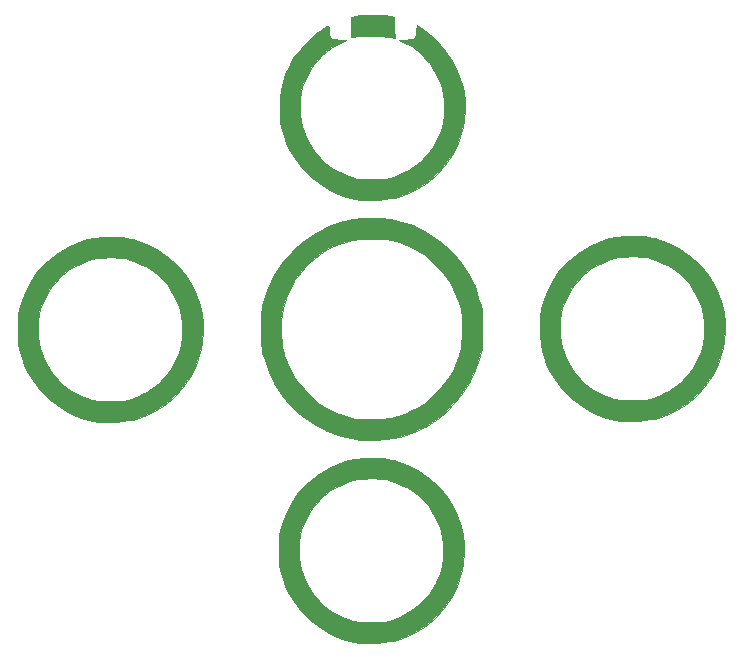
<source format=gbr>
G04 #@! TF.GenerationSoftware,KiCad,Pcbnew,(5.0.1-3-g963ef8bb5)*
G04 #@! TF.CreationDate,2019-06-28T12:59:27+01:00*
G04 #@! TF.ProjectId,invitation,696E7669746174696F6E2E6B69636164,rev?*
G04 #@! TF.SameCoordinates,Original*
G04 #@! TF.FileFunction,Legend,Top*
G04 #@! TF.FilePolarity,Positive*
%FSLAX46Y46*%
G04 Gerber Fmt 4.6, Leading zero omitted, Abs format (unit mm)*
G04 Created by KiCad (PCBNEW (5.0.1-3-g963ef8bb5)) date Friday, 28 June 2019 at 12:59:27*
%MOMM*%
%LPD*%
G01*
G04 APERTURE LIST*
%ADD10C,0.010000*%
G04 APERTURE END LIST*
D10*
G04 #@! TO.C,G\002A\002A\002A*
G36*
X162582952Y-73209108D02*
X163047078Y-73219519D01*
X163459397Y-73238548D01*
X163779587Y-73265728D01*
X163957000Y-73297180D01*
X164211000Y-73375244D01*
X164253333Y-74279814D01*
X164270555Y-74647323D01*
X164284403Y-74941916D01*
X164293260Y-75129257D01*
X164295666Y-75178825D01*
X164228673Y-75144791D01*
X164084000Y-75078527D01*
X163925692Y-75045601D01*
X163634141Y-75018490D01*
X163245350Y-74997698D01*
X162795325Y-74983731D01*
X162320073Y-74977093D01*
X161855598Y-74978288D01*
X161437906Y-74987823D01*
X161103003Y-75006201D01*
X160887833Y-75033716D01*
X160612666Y-75095100D01*
X160612666Y-73331708D01*
X161014833Y-73263021D01*
X161282959Y-73234273D01*
X161660570Y-73216018D01*
X162107341Y-73207785D01*
X162582952Y-73209108D01*
X162582952Y-73209108D01*
G37*
X162582952Y-73209108D02*
X163047078Y-73219519D01*
X163459397Y-73238548D01*
X163779587Y-73265728D01*
X163957000Y-73297180D01*
X164211000Y-73375244D01*
X164253333Y-74279814D01*
X164270555Y-74647323D01*
X164284403Y-74941916D01*
X164293260Y-75129257D01*
X164295666Y-75178825D01*
X164228673Y-75144791D01*
X164084000Y-75078527D01*
X163925692Y-75045601D01*
X163634141Y-75018490D01*
X163245350Y-74997698D01*
X162795325Y-74983731D01*
X162320073Y-74977093D01*
X161855598Y-74978288D01*
X161437906Y-74987823D01*
X161103003Y-75006201D01*
X160887833Y-75033716D01*
X160612666Y-75095100D01*
X160612666Y-73331708D01*
X161014833Y-73263021D01*
X161282959Y-73234273D01*
X161660570Y-73216018D01*
X162107341Y-73207785D01*
X162582952Y-73209108D01*
G36*
X166751000Y-74477375D02*
X167638696Y-75171181D01*
X168419963Y-75988295D01*
X169082306Y-76911137D01*
X169613232Y-77922126D01*
X170000248Y-79003680D01*
X170020855Y-79078709D01*
X170146061Y-79717788D01*
X170215037Y-80458013D01*
X170227785Y-81240808D01*
X170184304Y-82007594D01*
X170084593Y-82699794D01*
X170020855Y-82973290D01*
X169641087Y-84070866D01*
X169121244Y-85084712D01*
X168472367Y-86003798D01*
X167705499Y-86817096D01*
X166831679Y-87513578D01*
X165861950Y-88082217D01*
X164807353Y-88511983D01*
X164337957Y-88649413D01*
X163929423Y-88731815D01*
X163420346Y-88799336D01*
X162861846Y-88848656D01*
X162305041Y-88876455D01*
X161801051Y-88879413D01*
X161400994Y-88854211D01*
X161332333Y-88844611D01*
X160182404Y-88579156D01*
X159107272Y-88168009D01*
X158117437Y-87620550D01*
X157223394Y-86946156D01*
X156435641Y-86154205D01*
X155764675Y-85254077D01*
X155220995Y-84255149D01*
X154815096Y-83166799D01*
X154760478Y-82973290D01*
X154677314Y-82632809D01*
X154621090Y-82308570D01*
X154587062Y-81952926D01*
X154570484Y-81518233D01*
X154566564Y-81026000D01*
X154590393Y-80210324D01*
X154669050Y-79505374D01*
X154813290Y-78858379D01*
X155033869Y-78216568D01*
X155233008Y-77756055D01*
X155715725Y-76878879D01*
X156324899Y-76041166D01*
X157026796Y-75282877D01*
X157787681Y-74643971D01*
X157965148Y-74519684D01*
X158306338Y-74291839D01*
X158530806Y-74159392D01*
X158662980Y-74124200D01*
X158727290Y-74188119D01*
X158748163Y-74353002D01*
X158750000Y-74579296D01*
X158765029Y-74890732D01*
X158830013Y-75091704D01*
X158974799Y-75206163D01*
X159229231Y-75258061D01*
X159612267Y-75271302D01*
X160147000Y-75273938D01*
X159469666Y-75628276D01*
X159030161Y-75887518D01*
X158609084Y-76203985D01*
X158156020Y-76616390D01*
X158060992Y-76709950D01*
X157715492Y-77064624D01*
X157458618Y-77363632D01*
X157250750Y-77661886D01*
X157052269Y-78014295D01*
X156898254Y-78321476D01*
X156653922Y-78852653D01*
X156483904Y-79312402D01*
X156375800Y-79756288D01*
X156317209Y-80239876D01*
X156295728Y-80818732D01*
X156294666Y-81026000D01*
X156307168Y-81645629D01*
X156352941Y-82152782D01*
X156444386Y-82603024D01*
X156593903Y-83051921D01*
X156813895Y-83555037D01*
X156898254Y-83730523D01*
X157113318Y-84152454D01*
X157310852Y-84483404D01*
X157530126Y-84777872D01*
X157810411Y-85090358D01*
X158065801Y-85350864D01*
X158423712Y-85697720D01*
X158725204Y-85955896D01*
X159024777Y-86164662D01*
X159376930Y-86363287D01*
X159686143Y-86518411D01*
X160217320Y-86762743D01*
X160677069Y-86932761D01*
X161120954Y-87040865D01*
X161604543Y-87099457D01*
X162183399Y-87120937D01*
X162390666Y-87122000D01*
X163010296Y-87109498D01*
X163517449Y-87063725D01*
X163967691Y-86972280D01*
X164416587Y-86822762D01*
X164919704Y-86602771D01*
X165095190Y-86518411D01*
X165517120Y-86303348D01*
X165848070Y-86105814D01*
X166142539Y-85886540D01*
X166455025Y-85606255D01*
X166715531Y-85350864D01*
X167062387Y-84992954D01*
X167320563Y-84691462D01*
X167529329Y-84391889D01*
X167727954Y-84039736D01*
X167883078Y-83730523D01*
X168127410Y-83199346D01*
X168297428Y-82739597D01*
X168405532Y-82295711D01*
X168464124Y-81812123D01*
X168485604Y-81233267D01*
X168486666Y-81026000D01*
X168474164Y-80406370D01*
X168428392Y-79899217D01*
X168336947Y-79448975D01*
X168187429Y-79000078D01*
X167967437Y-78496962D01*
X167883078Y-78321476D01*
X167667683Y-77898764D01*
X167470542Y-77568519D01*
X167252037Y-77275828D01*
X166972547Y-76965782D01*
X166720341Y-76709950D01*
X166255344Y-76274655D01*
X165832031Y-75942743D01*
X165399986Y-75675502D01*
X165311666Y-75628276D01*
X164634333Y-75273938D01*
X165231984Y-75271302D01*
X165625972Y-75255728D01*
X165882534Y-75197172D01*
X166032512Y-75071620D01*
X166106748Y-74855062D01*
X166133967Y-74569064D01*
X166158333Y-74081129D01*
X166751000Y-74477375D01*
X166751000Y-74477375D01*
G37*
X166751000Y-74477375D02*
X167638696Y-75171181D01*
X168419963Y-75988295D01*
X169082306Y-76911137D01*
X169613232Y-77922126D01*
X170000248Y-79003680D01*
X170020855Y-79078709D01*
X170146061Y-79717788D01*
X170215037Y-80458013D01*
X170227785Y-81240808D01*
X170184304Y-82007594D01*
X170084593Y-82699794D01*
X170020855Y-82973290D01*
X169641087Y-84070866D01*
X169121244Y-85084712D01*
X168472367Y-86003798D01*
X167705499Y-86817096D01*
X166831679Y-87513578D01*
X165861950Y-88082217D01*
X164807353Y-88511983D01*
X164337957Y-88649413D01*
X163929423Y-88731815D01*
X163420346Y-88799336D01*
X162861846Y-88848656D01*
X162305041Y-88876455D01*
X161801051Y-88879413D01*
X161400994Y-88854211D01*
X161332333Y-88844611D01*
X160182404Y-88579156D01*
X159107272Y-88168009D01*
X158117437Y-87620550D01*
X157223394Y-86946156D01*
X156435641Y-86154205D01*
X155764675Y-85254077D01*
X155220995Y-84255149D01*
X154815096Y-83166799D01*
X154760478Y-82973290D01*
X154677314Y-82632809D01*
X154621090Y-82308570D01*
X154587062Y-81952926D01*
X154570484Y-81518233D01*
X154566564Y-81026000D01*
X154590393Y-80210324D01*
X154669050Y-79505374D01*
X154813290Y-78858379D01*
X155033869Y-78216568D01*
X155233008Y-77756055D01*
X155715725Y-76878879D01*
X156324899Y-76041166D01*
X157026796Y-75282877D01*
X157787681Y-74643971D01*
X157965148Y-74519684D01*
X158306338Y-74291839D01*
X158530806Y-74159392D01*
X158662980Y-74124200D01*
X158727290Y-74188119D01*
X158748163Y-74353002D01*
X158750000Y-74579296D01*
X158765029Y-74890732D01*
X158830013Y-75091704D01*
X158974799Y-75206163D01*
X159229231Y-75258061D01*
X159612267Y-75271302D01*
X160147000Y-75273938D01*
X159469666Y-75628276D01*
X159030161Y-75887518D01*
X158609084Y-76203985D01*
X158156020Y-76616390D01*
X158060992Y-76709950D01*
X157715492Y-77064624D01*
X157458618Y-77363632D01*
X157250750Y-77661886D01*
X157052269Y-78014295D01*
X156898254Y-78321476D01*
X156653922Y-78852653D01*
X156483904Y-79312402D01*
X156375800Y-79756288D01*
X156317209Y-80239876D01*
X156295728Y-80818732D01*
X156294666Y-81026000D01*
X156307168Y-81645629D01*
X156352941Y-82152782D01*
X156444386Y-82603024D01*
X156593903Y-83051921D01*
X156813895Y-83555037D01*
X156898254Y-83730523D01*
X157113318Y-84152454D01*
X157310852Y-84483404D01*
X157530126Y-84777872D01*
X157810411Y-85090358D01*
X158065801Y-85350864D01*
X158423712Y-85697720D01*
X158725204Y-85955896D01*
X159024777Y-86164662D01*
X159376930Y-86363287D01*
X159686143Y-86518411D01*
X160217320Y-86762743D01*
X160677069Y-86932761D01*
X161120954Y-87040865D01*
X161604543Y-87099457D01*
X162183399Y-87120937D01*
X162390666Y-87122000D01*
X163010296Y-87109498D01*
X163517449Y-87063725D01*
X163967691Y-86972280D01*
X164416587Y-86822762D01*
X164919704Y-86602771D01*
X165095190Y-86518411D01*
X165517120Y-86303348D01*
X165848070Y-86105814D01*
X166142539Y-85886540D01*
X166455025Y-85606255D01*
X166715531Y-85350864D01*
X167062387Y-84992954D01*
X167320563Y-84691462D01*
X167529329Y-84391889D01*
X167727954Y-84039736D01*
X167883078Y-83730523D01*
X168127410Y-83199346D01*
X168297428Y-82739597D01*
X168405532Y-82295711D01*
X168464124Y-81812123D01*
X168485604Y-81233267D01*
X168486666Y-81026000D01*
X168474164Y-80406370D01*
X168428392Y-79899217D01*
X168336947Y-79448975D01*
X168187429Y-79000078D01*
X167967437Y-78496962D01*
X167883078Y-78321476D01*
X167667683Y-77898764D01*
X167470542Y-77568519D01*
X167252037Y-77275828D01*
X166972547Y-76965782D01*
X166720341Y-76709950D01*
X166255344Y-76274655D01*
X165832031Y-75942743D01*
X165399986Y-75675502D01*
X165311666Y-75628276D01*
X164634333Y-75273938D01*
X165231984Y-75271302D01*
X165625972Y-75255728D01*
X165882534Y-75197172D01*
X166032512Y-75071620D01*
X166106748Y-74855062D01*
X166133967Y-74569064D01*
X166158333Y-74081129D01*
X166751000Y-74477375D01*
G36*
X185385594Y-91943695D02*
X186077794Y-92043406D01*
X186351290Y-92107144D01*
X187456838Y-92489655D01*
X188475722Y-93013085D01*
X189397809Y-93667300D01*
X190212964Y-94442168D01*
X190911055Y-95327554D01*
X191481948Y-96313326D01*
X191915510Y-97389350D01*
X192034188Y-97790042D01*
X192159394Y-98429121D01*
X192228371Y-99169347D01*
X192241118Y-99952142D01*
X192197637Y-100718928D01*
X192097927Y-101411127D01*
X192034188Y-101684623D01*
X191654420Y-102782200D01*
X191134577Y-103796045D01*
X190485701Y-104715131D01*
X189718832Y-105528429D01*
X188845012Y-106224912D01*
X187875283Y-106793550D01*
X186820686Y-107223317D01*
X186351290Y-107360747D01*
X185942756Y-107443148D01*
X185433679Y-107510669D01*
X184875179Y-107559989D01*
X184318374Y-107587788D01*
X183814384Y-107590747D01*
X183414328Y-107565545D01*
X183345666Y-107555944D01*
X182195737Y-107290489D01*
X181120606Y-106879342D01*
X180130770Y-106331883D01*
X179236727Y-105657489D01*
X178448974Y-104865538D01*
X177778009Y-103965410D01*
X177234328Y-102966482D01*
X176828429Y-101878133D01*
X176773811Y-101684623D01*
X176648605Y-101045545D01*
X176579628Y-100305319D01*
X176570379Y-99737333D01*
X178308000Y-99737333D01*
X178320501Y-100356963D01*
X178366274Y-100864116D01*
X178457719Y-101314357D01*
X178607237Y-101763254D01*
X178827228Y-102266371D01*
X178911588Y-102441856D01*
X179126651Y-102863787D01*
X179324185Y-103194737D01*
X179543459Y-103489205D01*
X179823744Y-103801691D01*
X180079135Y-104062198D01*
X180436834Y-104408874D01*
X180738254Y-104667019D01*
X181038079Y-104876010D01*
X181390997Y-105075222D01*
X181705018Y-105232922D01*
X182099312Y-105415974D01*
X182478536Y-105575389D01*
X182794484Y-105691801D01*
X182970209Y-105741137D01*
X183291354Y-105782123D01*
X183729581Y-105808742D01*
X184233239Y-105820884D01*
X184750677Y-105818435D01*
X185230245Y-105801282D01*
X185620291Y-105769314D01*
X185768277Y-105747237D01*
X186034682Y-105673382D01*
X186397798Y-105541134D01*
X186804508Y-105371002D01*
X187108523Y-105229745D01*
X187530454Y-105014681D01*
X187861404Y-104817147D01*
X188155872Y-104597873D01*
X188468358Y-104317588D01*
X188728864Y-104062198D01*
X189075720Y-103704287D01*
X189333896Y-103402795D01*
X189542662Y-103103222D01*
X189741287Y-102751069D01*
X189896411Y-102441856D01*
X190140743Y-101910679D01*
X190310761Y-101450930D01*
X190418865Y-101007045D01*
X190477457Y-100523456D01*
X190498937Y-99944600D01*
X190500000Y-99737333D01*
X190487498Y-99117703D01*
X190441725Y-98610550D01*
X190350280Y-98160308D01*
X190200762Y-97711412D01*
X189980771Y-97208295D01*
X189896411Y-97032809D01*
X189681348Y-96610879D01*
X189483814Y-96279929D01*
X189264540Y-95985460D01*
X188984255Y-95672974D01*
X188728864Y-95412468D01*
X188370954Y-95065612D01*
X188069462Y-94807436D01*
X187769889Y-94598670D01*
X187417736Y-94400045D01*
X187108523Y-94244921D01*
X186577346Y-94000589D01*
X186117597Y-93830571D01*
X185673711Y-93722467D01*
X185190123Y-93663875D01*
X184611267Y-93642395D01*
X184404000Y-93641333D01*
X183784370Y-93653835D01*
X183277217Y-93699607D01*
X182826975Y-93791052D01*
X182378078Y-93940570D01*
X181874962Y-94160562D01*
X181699476Y-94244921D01*
X181277545Y-94459984D01*
X180946595Y-94657518D01*
X180652127Y-94876793D01*
X180339641Y-95157078D01*
X180079135Y-95412468D01*
X179732279Y-95770378D01*
X179474103Y-96071870D01*
X179265337Y-96371443D01*
X179066712Y-96723597D01*
X178911588Y-97032809D01*
X178667256Y-97563987D01*
X178497238Y-98023735D01*
X178389134Y-98467621D01*
X178330542Y-98951209D01*
X178309062Y-99530066D01*
X178308000Y-99737333D01*
X176570379Y-99737333D01*
X176566881Y-99522524D01*
X176610362Y-98755738D01*
X176710072Y-98063538D01*
X176773811Y-97790042D01*
X177156322Y-96684494D01*
X177679752Y-95665610D01*
X178333967Y-94743523D01*
X179108835Y-93928368D01*
X179994221Y-93230277D01*
X180979993Y-92659384D01*
X182056016Y-92225822D01*
X182456709Y-92107144D01*
X183095788Y-91981938D01*
X183836013Y-91912962D01*
X184618808Y-91900214D01*
X185385594Y-91943695D01*
X185385594Y-91943695D01*
G37*
X185385594Y-91943695D02*
X186077794Y-92043406D01*
X186351290Y-92107144D01*
X187456838Y-92489655D01*
X188475722Y-93013085D01*
X189397809Y-93667300D01*
X190212964Y-94442168D01*
X190911055Y-95327554D01*
X191481948Y-96313326D01*
X191915510Y-97389350D01*
X192034188Y-97790042D01*
X192159394Y-98429121D01*
X192228371Y-99169347D01*
X192241118Y-99952142D01*
X192197637Y-100718928D01*
X192097927Y-101411127D01*
X192034188Y-101684623D01*
X191654420Y-102782200D01*
X191134577Y-103796045D01*
X190485701Y-104715131D01*
X189718832Y-105528429D01*
X188845012Y-106224912D01*
X187875283Y-106793550D01*
X186820686Y-107223317D01*
X186351290Y-107360747D01*
X185942756Y-107443148D01*
X185433679Y-107510669D01*
X184875179Y-107559989D01*
X184318374Y-107587788D01*
X183814384Y-107590747D01*
X183414328Y-107565545D01*
X183345666Y-107555944D01*
X182195737Y-107290489D01*
X181120606Y-106879342D01*
X180130770Y-106331883D01*
X179236727Y-105657489D01*
X178448974Y-104865538D01*
X177778009Y-103965410D01*
X177234328Y-102966482D01*
X176828429Y-101878133D01*
X176773811Y-101684623D01*
X176648605Y-101045545D01*
X176579628Y-100305319D01*
X176570379Y-99737333D01*
X178308000Y-99737333D01*
X178320501Y-100356963D01*
X178366274Y-100864116D01*
X178457719Y-101314357D01*
X178607237Y-101763254D01*
X178827228Y-102266371D01*
X178911588Y-102441856D01*
X179126651Y-102863787D01*
X179324185Y-103194737D01*
X179543459Y-103489205D01*
X179823744Y-103801691D01*
X180079135Y-104062198D01*
X180436834Y-104408874D01*
X180738254Y-104667019D01*
X181038079Y-104876010D01*
X181390997Y-105075222D01*
X181705018Y-105232922D01*
X182099312Y-105415974D01*
X182478536Y-105575389D01*
X182794484Y-105691801D01*
X182970209Y-105741137D01*
X183291354Y-105782123D01*
X183729581Y-105808742D01*
X184233239Y-105820884D01*
X184750677Y-105818435D01*
X185230245Y-105801282D01*
X185620291Y-105769314D01*
X185768277Y-105747237D01*
X186034682Y-105673382D01*
X186397798Y-105541134D01*
X186804508Y-105371002D01*
X187108523Y-105229745D01*
X187530454Y-105014681D01*
X187861404Y-104817147D01*
X188155872Y-104597873D01*
X188468358Y-104317588D01*
X188728864Y-104062198D01*
X189075720Y-103704287D01*
X189333896Y-103402795D01*
X189542662Y-103103222D01*
X189741287Y-102751069D01*
X189896411Y-102441856D01*
X190140743Y-101910679D01*
X190310761Y-101450930D01*
X190418865Y-101007045D01*
X190477457Y-100523456D01*
X190498937Y-99944600D01*
X190500000Y-99737333D01*
X190487498Y-99117703D01*
X190441725Y-98610550D01*
X190350280Y-98160308D01*
X190200762Y-97711412D01*
X189980771Y-97208295D01*
X189896411Y-97032809D01*
X189681348Y-96610879D01*
X189483814Y-96279929D01*
X189264540Y-95985460D01*
X188984255Y-95672974D01*
X188728864Y-95412468D01*
X188370954Y-95065612D01*
X188069462Y-94807436D01*
X187769889Y-94598670D01*
X187417736Y-94400045D01*
X187108523Y-94244921D01*
X186577346Y-94000589D01*
X186117597Y-93830571D01*
X185673711Y-93722467D01*
X185190123Y-93663875D01*
X184611267Y-93642395D01*
X184404000Y-93641333D01*
X183784370Y-93653835D01*
X183277217Y-93699607D01*
X182826975Y-93791052D01*
X182378078Y-93940570D01*
X181874962Y-94160562D01*
X181699476Y-94244921D01*
X181277545Y-94459984D01*
X180946595Y-94657518D01*
X180652127Y-94876793D01*
X180339641Y-95157078D01*
X180079135Y-95412468D01*
X179732279Y-95770378D01*
X179474103Y-96071870D01*
X179265337Y-96371443D01*
X179066712Y-96723597D01*
X178911588Y-97032809D01*
X178667256Y-97563987D01*
X178497238Y-98023735D01*
X178389134Y-98467621D01*
X178330542Y-98951209D01*
X178309062Y-99530066D01*
X178308000Y-99737333D01*
X176570379Y-99737333D01*
X176566881Y-99522524D01*
X176610362Y-98755738D01*
X176710072Y-98063538D01*
X176773811Y-97790042D01*
X177156322Y-96684494D01*
X177679752Y-95665610D01*
X178333967Y-94743523D01*
X179108835Y-93928368D01*
X179994221Y-93230277D01*
X180979993Y-92659384D01*
X182056016Y-92225822D01*
X182456709Y-92107144D01*
X183095788Y-91981938D01*
X183836013Y-91912962D01*
X184618808Y-91900214D01*
X185385594Y-91943695D01*
G36*
X141189594Y-92028362D02*
X141881794Y-92128072D01*
X142155290Y-92191811D01*
X143260838Y-92574322D01*
X144279722Y-93097752D01*
X145201809Y-93751967D01*
X146016964Y-94526835D01*
X146715055Y-95412221D01*
X147285948Y-96397993D01*
X147719510Y-97474016D01*
X147838188Y-97874709D01*
X147963394Y-98513788D01*
X148032371Y-99254013D01*
X148045118Y-100036808D01*
X148001637Y-100803594D01*
X147901927Y-101495794D01*
X147838188Y-101769290D01*
X147458420Y-102866866D01*
X146938577Y-103880712D01*
X146289701Y-104799798D01*
X145522832Y-105613096D01*
X144649012Y-106309578D01*
X143679283Y-106878217D01*
X142624686Y-107307983D01*
X142155290Y-107445413D01*
X141746756Y-107527815D01*
X141237679Y-107595336D01*
X140679179Y-107644656D01*
X140122374Y-107672455D01*
X139618384Y-107675413D01*
X139218328Y-107650211D01*
X139149666Y-107640611D01*
X137999737Y-107375156D01*
X136924606Y-106964009D01*
X135934770Y-106416550D01*
X135040727Y-105742156D01*
X134252974Y-104950205D01*
X133582009Y-104050077D01*
X133038328Y-103051149D01*
X132632429Y-101962799D01*
X132577811Y-101769290D01*
X132494647Y-101428809D01*
X132438423Y-101104570D01*
X132404395Y-100748926D01*
X132387818Y-100314233D01*
X132383897Y-99822000D01*
X132383897Y-99821999D01*
X134112000Y-99821999D01*
X134124501Y-100441629D01*
X134170274Y-100948782D01*
X134261719Y-101399024D01*
X134411237Y-101847921D01*
X134631228Y-102351037D01*
X134715588Y-102526523D01*
X134930651Y-102948454D01*
X135128185Y-103279404D01*
X135347459Y-103573872D01*
X135627744Y-103886358D01*
X135883135Y-104146864D01*
X136240834Y-104493541D01*
X136542254Y-104751686D01*
X136842079Y-104960676D01*
X137194997Y-105159889D01*
X137509018Y-105317588D01*
X137903312Y-105500641D01*
X138282536Y-105660055D01*
X138598484Y-105776468D01*
X138774209Y-105825804D01*
X139095354Y-105866789D01*
X139533581Y-105893409D01*
X140037239Y-105905550D01*
X140554677Y-105903101D01*
X141034245Y-105885949D01*
X141424291Y-105853981D01*
X141572277Y-105831903D01*
X141838682Y-105758049D01*
X142201798Y-105625801D01*
X142608508Y-105455669D01*
X142912523Y-105314411D01*
X143334454Y-105099348D01*
X143665404Y-104901814D01*
X143959872Y-104682540D01*
X144272358Y-104402255D01*
X144532864Y-104146864D01*
X144879720Y-103788954D01*
X145137896Y-103487462D01*
X145346662Y-103187889D01*
X145545287Y-102835736D01*
X145700411Y-102526523D01*
X145944743Y-101995346D01*
X146114761Y-101535597D01*
X146222865Y-101091711D01*
X146281457Y-100608123D01*
X146302937Y-100029267D01*
X146304000Y-99822000D01*
X146291498Y-99202370D01*
X146245725Y-98695217D01*
X146154280Y-98244975D01*
X146004762Y-97796078D01*
X145784771Y-97292962D01*
X145700411Y-97117476D01*
X145485348Y-96695545D01*
X145287814Y-96364595D01*
X145068540Y-96070127D01*
X144788255Y-95757641D01*
X144532864Y-95497135D01*
X144174954Y-95150279D01*
X143873462Y-94892103D01*
X143573889Y-94683337D01*
X143221736Y-94484712D01*
X142912523Y-94329588D01*
X142381346Y-94085256D01*
X141921597Y-93915238D01*
X141477711Y-93807134D01*
X140994123Y-93748542D01*
X140415267Y-93727062D01*
X140208000Y-93725999D01*
X139588370Y-93738501D01*
X139081217Y-93784274D01*
X138630975Y-93875719D01*
X138182078Y-94025237D01*
X137678962Y-94245228D01*
X137503476Y-94329588D01*
X137081545Y-94544651D01*
X136750595Y-94742185D01*
X136456127Y-94961459D01*
X136143641Y-95241744D01*
X135883135Y-95497135D01*
X135536279Y-95855045D01*
X135278103Y-96156537D01*
X135069337Y-96456110D01*
X134870712Y-96808263D01*
X134715588Y-97117476D01*
X134471256Y-97648653D01*
X134301238Y-98108402D01*
X134193134Y-98552288D01*
X134134542Y-99035876D01*
X134113062Y-99614732D01*
X134112000Y-99821999D01*
X132383897Y-99821999D01*
X132388929Y-99276816D01*
X132407186Y-98853108D01*
X132443415Y-98503230D01*
X132502359Y-98179535D01*
X132577811Y-97874709D01*
X132960322Y-96769161D01*
X133483752Y-95750277D01*
X134137967Y-94828190D01*
X134912835Y-94013035D01*
X135798221Y-93314944D01*
X136783993Y-92744051D01*
X137860016Y-92310489D01*
X138260709Y-92191811D01*
X138899788Y-92066605D01*
X139640013Y-91997628D01*
X140422808Y-91984881D01*
X141189594Y-92028362D01*
X141189594Y-92028362D01*
G37*
X141189594Y-92028362D02*
X141881794Y-92128072D01*
X142155290Y-92191811D01*
X143260838Y-92574322D01*
X144279722Y-93097752D01*
X145201809Y-93751967D01*
X146016964Y-94526835D01*
X146715055Y-95412221D01*
X147285948Y-96397993D01*
X147719510Y-97474016D01*
X147838188Y-97874709D01*
X147963394Y-98513788D01*
X148032371Y-99254013D01*
X148045118Y-100036808D01*
X148001637Y-100803594D01*
X147901927Y-101495794D01*
X147838188Y-101769290D01*
X147458420Y-102866866D01*
X146938577Y-103880712D01*
X146289701Y-104799798D01*
X145522832Y-105613096D01*
X144649012Y-106309578D01*
X143679283Y-106878217D01*
X142624686Y-107307983D01*
X142155290Y-107445413D01*
X141746756Y-107527815D01*
X141237679Y-107595336D01*
X140679179Y-107644656D01*
X140122374Y-107672455D01*
X139618384Y-107675413D01*
X139218328Y-107650211D01*
X139149666Y-107640611D01*
X137999737Y-107375156D01*
X136924606Y-106964009D01*
X135934770Y-106416550D01*
X135040727Y-105742156D01*
X134252974Y-104950205D01*
X133582009Y-104050077D01*
X133038328Y-103051149D01*
X132632429Y-101962799D01*
X132577811Y-101769290D01*
X132494647Y-101428809D01*
X132438423Y-101104570D01*
X132404395Y-100748926D01*
X132387818Y-100314233D01*
X132383897Y-99822000D01*
X132383897Y-99821999D01*
X134112000Y-99821999D01*
X134124501Y-100441629D01*
X134170274Y-100948782D01*
X134261719Y-101399024D01*
X134411237Y-101847921D01*
X134631228Y-102351037D01*
X134715588Y-102526523D01*
X134930651Y-102948454D01*
X135128185Y-103279404D01*
X135347459Y-103573872D01*
X135627744Y-103886358D01*
X135883135Y-104146864D01*
X136240834Y-104493541D01*
X136542254Y-104751686D01*
X136842079Y-104960676D01*
X137194997Y-105159889D01*
X137509018Y-105317588D01*
X137903312Y-105500641D01*
X138282536Y-105660055D01*
X138598484Y-105776468D01*
X138774209Y-105825804D01*
X139095354Y-105866789D01*
X139533581Y-105893409D01*
X140037239Y-105905550D01*
X140554677Y-105903101D01*
X141034245Y-105885949D01*
X141424291Y-105853981D01*
X141572277Y-105831903D01*
X141838682Y-105758049D01*
X142201798Y-105625801D01*
X142608508Y-105455669D01*
X142912523Y-105314411D01*
X143334454Y-105099348D01*
X143665404Y-104901814D01*
X143959872Y-104682540D01*
X144272358Y-104402255D01*
X144532864Y-104146864D01*
X144879720Y-103788954D01*
X145137896Y-103487462D01*
X145346662Y-103187889D01*
X145545287Y-102835736D01*
X145700411Y-102526523D01*
X145944743Y-101995346D01*
X146114761Y-101535597D01*
X146222865Y-101091711D01*
X146281457Y-100608123D01*
X146302937Y-100029267D01*
X146304000Y-99822000D01*
X146291498Y-99202370D01*
X146245725Y-98695217D01*
X146154280Y-98244975D01*
X146004762Y-97796078D01*
X145784771Y-97292962D01*
X145700411Y-97117476D01*
X145485348Y-96695545D01*
X145287814Y-96364595D01*
X145068540Y-96070127D01*
X144788255Y-95757641D01*
X144532864Y-95497135D01*
X144174954Y-95150279D01*
X143873462Y-94892103D01*
X143573889Y-94683337D01*
X143221736Y-94484712D01*
X142912523Y-94329588D01*
X142381346Y-94085256D01*
X141921597Y-93915238D01*
X141477711Y-93807134D01*
X140994123Y-93748542D01*
X140415267Y-93727062D01*
X140208000Y-93725999D01*
X139588370Y-93738501D01*
X139081217Y-93784274D01*
X138630975Y-93875719D01*
X138182078Y-94025237D01*
X137678962Y-94245228D01*
X137503476Y-94329588D01*
X137081545Y-94544651D01*
X136750595Y-94742185D01*
X136456127Y-94961459D01*
X136143641Y-95241744D01*
X135883135Y-95497135D01*
X135536279Y-95855045D01*
X135278103Y-96156537D01*
X135069337Y-96456110D01*
X134870712Y-96808263D01*
X134715588Y-97117476D01*
X134471256Y-97648653D01*
X134301238Y-98108402D01*
X134193134Y-98552288D01*
X134134542Y-99035876D01*
X134113062Y-99614732D01*
X134112000Y-99821999D01*
X132383897Y-99821999D01*
X132388929Y-99276816D01*
X132407186Y-98853108D01*
X132443415Y-98503230D01*
X132502359Y-98179535D01*
X132577811Y-97874709D01*
X132960322Y-96769161D01*
X133483752Y-95750277D01*
X134137967Y-94828190D01*
X134912835Y-94013035D01*
X135798221Y-93314944D01*
X136783993Y-92744051D01*
X137860016Y-92310489D01*
X138260709Y-92191811D01*
X138899788Y-92066605D01*
X139640013Y-91997628D01*
X140422808Y-91984881D01*
X141189594Y-92028362D01*
G36*
X162906594Y-90398870D02*
X163336460Y-90409530D01*
X163678823Y-90432116D01*
X163974574Y-90470568D01*
X164264602Y-90528830D01*
X164589800Y-90610843D01*
X164598245Y-90613101D01*
X165821399Y-91016887D01*
X166937632Y-91547625D01*
X167959944Y-92212718D01*
X168901339Y-93019568D01*
X169005610Y-93122389D01*
X169829336Y-94055263D01*
X170510449Y-95067550D01*
X171056350Y-96172252D01*
X171474444Y-97382373D01*
X171514898Y-97529754D01*
X171597520Y-97856277D01*
X171656298Y-98146665D01*
X171695173Y-98441808D01*
X171718088Y-98782598D01*
X171728984Y-99209924D01*
X171731805Y-99764678D01*
X171731806Y-99779666D01*
X171729129Y-100337927D01*
X171718469Y-100767794D01*
X171695883Y-101110157D01*
X171657431Y-101405907D01*
X171599169Y-101695936D01*
X171517156Y-102021133D01*
X171514898Y-102029579D01*
X171111112Y-103252733D01*
X170580374Y-104368965D01*
X169915281Y-105391278D01*
X169108431Y-106332673D01*
X169005610Y-106436943D01*
X168047792Y-107282108D01*
X167019249Y-107973531D01*
X165922183Y-108510260D01*
X164758796Y-108891348D01*
X163531291Y-109115844D01*
X162644666Y-109179045D01*
X162167402Y-109185272D01*
X161700426Y-109178821D01*
X161295734Y-109161172D01*
X161005317Y-109133804D01*
X160993666Y-109132042D01*
X159761920Y-108855649D01*
X158582850Y-108421746D01*
X157471287Y-107837875D01*
X156442064Y-107111576D01*
X155691056Y-106436172D01*
X154867917Y-105504730D01*
X154187071Y-104493386D01*
X153641188Y-103389268D01*
X153222938Y-102179505D01*
X153181768Y-102029579D01*
X153099145Y-101703055D01*
X153040368Y-101412667D01*
X153001493Y-101117524D01*
X152978578Y-100776735D01*
X152967681Y-100349408D01*
X152964861Y-99794654D01*
X152964860Y-99779666D01*
X152965253Y-99697512D01*
X154691799Y-99697512D01*
X154700792Y-100315067D01*
X154734210Y-100886170D01*
X154792053Y-101357320D01*
X154811370Y-101458155D01*
X154956332Y-101982682D01*
X155177391Y-102584193D01*
X155450187Y-103203357D01*
X155750356Y-103780843D01*
X155801015Y-103868330D01*
X156016894Y-104176724D01*
X156333161Y-104554984D01*
X156716183Y-104969477D01*
X157132328Y-105386571D01*
X157547963Y-105772632D01*
X157929455Y-106094028D01*
X158243171Y-106317126D01*
X158259669Y-106326984D01*
X158780654Y-106607158D01*
X159357038Y-106873161D01*
X159931665Y-107101229D01*
X160447381Y-107267600D01*
X160631578Y-107313126D01*
X161033158Y-107373357D01*
X161552206Y-107412416D01*
X162138179Y-107430253D01*
X162740533Y-107426815D01*
X163308725Y-107402049D01*
X163792212Y-107355904D01*
X164026821Y-107316629D01*
X164551349Y-107171667D01*
X165152860Y-106950608D01*
X165772023Y-106677812D01*
X166349509Y-106377643D01*
X166436997Y-106326984D01*
X166745391Y-106111105D01*
X167123650Y-105794838D01*
X167538144Y-105411816D01*
X167955237Y-104995671D01*
X168341299Y-104580036D01*
X168662695Y-104198544D01*
X168885792Y-103884828D01*
X168895650Y-103868330D01*
X169198002Y-103303474D01*
X169477014Y-102687114D01*
X169708325Y-102078580D01*
X169867574Y-101537203D01*
X169885295Y-101458155D01*
X169949577Y-101022268D01*
X169989434Y-100472322D01*
X170004867Y-99861820D01*
X169995874Y-99244266D01*
X169962456Y-98673162D01*
X169904613Y-98202013D01*
X169885295Y-98101178D01*
X169740334Y-97576650D01*
X169519274Y-96975139D01*
X169246479Y-96355976D01*
X168946310Y-95778490D01*
X168895650Y-95691002D01*
X168679772Y-95382608D01*
X168363505Y-95004349D01*
X167980482Y-94589855D01*
X167564337Y-94172762D01*
X167148702Y-93786700D01*
X166767210Y-93465304D01*
X166453494Y-93242207D01*
X166436997Y-93232349D01*
X165872141Y-92929997D01*
X165255780Y-92650985D01*
X164647246Y-92419674D01*
X164105869Y-92260425D01*
X164026821Y-92242704D01*
X163590935Y-92178422D01*
X163040988Y-92138565D01*
X162430487Y-92123132D01*
X161812932Y-92132125D01*
X161241829Y-92165543D01*
X160770679Y-92223386D01*
X160669844Y-92242704D01*
X160145317Y-92387665D01*
X159543806Y-92608725D01*
X158924642Y-92881520D01*
X158347156Y-93181689D01*
X158259669Y-93232349D01*
X157951275Y-93448227D01*
X157573015Y-93764494D01*
X157158522Y-94147517D01*
X156741428Y-94563662D01*
X156355367Y-94979297D01*
X156033971Y-95360789D01*
X155810873Y-95674505D01*
X155801015Y-95691002D01*
X155498664Y-96255858D01*
X155219652Y-96872219D01*
X154988340Y-97480753D01*
X154829092Y-98022130D01*
X154811370Y-98101178D01*
X154747088Y-98537064D01*
X154707231Y-99087011D01*
X154691799Y-99697512D01*
X152965253Y-99697512D01*
X152967537Y-99221405D01*
X152978197Y-98791539D01*
X153000782Y-98449176D01*
X153039235Y-98153425D01*
X153097496Y-97863397D01*
X153179510Y-97538199D01*
X153181768Y-97529754D01*
X153585554Y-96306600D01*
X154116292Y-95190367D01*
X154781385Y-94168055D01*
X155588235Y-93226660D01*
X155691056Y-93122389D01*
X156623929Y-92298663D01*
X157636216Y-91617550D01*
X158740919Y-91071649D01*
X159951039Y-90653555D01*
X160098420Y-90613101D01*
X160424944Y-90530479D01*
X160715332Y-90471701D01*
X161010475Y-90432826D01*
X161351264Y-90409911D01*
X161778591Y-90399015D01*
X162333345Y-90396194D01*
X162348333Y-90396193D01*
X162906594Y-90398870D01*
X162906594Y-90398870D01*
G37*
X162906594Y-90398870D02*
X163336460Y-90409530D01*
X163678823Y-90432116D01*
X163974574Y-90470568D01*
X164264602Y-90528830D01*
X164589800Y-90610843D01*
X164598245Y-90613101D01*
X165821399Y-91016887D01*
X166937632Y-91547625D01*
X167959944Y-92212718D01*
X168901339Y-93019568D01*
X169005610Y-93122389D01*
X169829336Y-94055263D01*
X170510449Y-95067550D01*
X171056350Y-96172252D01*
X171474444Y-97382373D01*
X171514898Y-97529754D01*
X171597520Y-97856277D01*
X171656298Y-98146665D01*
X171695173Y-98441808D01*
X171718088Y-98782598D01*
X171728984Y-99209924D01*
X171731805Y-99764678D01*
X171731806Y-99779666D01*
X171729129Y-100337927D01*
X171718469Y-100767794D01*
X171695883Y-101110157D01*
X171657431Y-101405907D01*
X171599169Y-101695936D01*
X171517156Y-102021133D01*
X171514898Y-102029579D01*
X171111112Y-103252733D01*
X170580374Y-104368965D01*
X169915281Y-105391278D01*
X169108431Y-106332673D01*
X169005610Y-106436943D01*
X168047792Y-107282108D01*
X167019249Y-107973531D01*
X165922183Y-108510260D01*
X164758796Y-108891348D01*
X163531291Y-109115844D01*
X162644666Y-109179045D01*
X162167402Y-109185272D01*
X161700426Y-109178821D01*
X161295734Y-109161172D01*
X161005317Y-109133804D01*
X160993666Y-109132042D01*
X159761920Y-108855649D01*
X158582850Y-108421746D01*
X157471287Y-107837875D01*
X156442064Y-107111576D01*
X155691056Y-106436172D01*
X154867917Y-105504730D01*
X154187071Y-104493386D01*
X153641188Y-103389268D01*
X153222938Y-102179505D01*
X153181768Y-102029579D01*
X153099145Y-101703055D01*
X153040368Y-101412667D01*
X153001493Y-101117524D01*
X152978578Y-100776735D01*
X152967681Y-100349408D01*
X152964861Y-99794654D01*
X152964860Y-99779666D01*
X152965253Y-99697512D01*
X154691799Y-99697512D01*
X154700792Y-100315067D01*
X154734210Y-100886170D01*
X154792053Y-101357320D01*
X154811370Y-101458155D01*
X154956332Y-101982682D01*
X155177391Y-102584193D01*
X155450187Y-103203357D01*
X155750356Y-103780843D01*
X155801015Y-103868330D01*
X156016894Y-104176724D01*
X156333161Y-104554984D01*
X156716183Y-104969477D01*
X157132328Y-105386571D01*
X157547963Y-105772632D01*
X157929455Y-106094028D01*
X158243171Y-106317126D01*
X158259669Y-106326984D01*
X158780654Y-106607158D01*
X159357038Y-106873161D01*
X159931665Y-107101229D01*
X160447381Y-107267600D01*
X160631578Y-107313126D01*
X161033158Y-107373357D01*
X161552206Y-107412416D01*
X162138179Y-107430253D01*
X162740533Y-107426815D01*
X163308725Y-107402049D01*
X163792212Y-107355904D01*
X164026821Y-107316629D01*
X164551349Y-107171667D01*
X165152860Y-106950608D01*
X165772023Y-106677812D01*
X166349509Y-106377643D01*
X166436997Y-106326984D01*
X166745391Y-106111105D01*
X167123650Y-105794838D01*
X167538144Y-105411816D01*
X167955237Y-104995671D01*
X168341299Y-104580036D01*
X168662695Y-104198544D01*
X168885792Y-103884828D01*
X168895650Y-103868330D01*
X169198002Y-103303474D01*
X169477014Y-102687114D01*
X169708325Y-102078580D01*
X169867574Y-101537203D01*
X169885295Y-101458155D01*
X169949577Y-101022268D01*
X169989434Y-100472322D01*
X170004867Y-99861820D01*
X169995874Y-99244266D01*
X169962456Y-98673162D01*
X169904613Y-98202013D01*
X169885295Y-98101178D01*
X169740334Y-97576650D01*
X169519274Y-96975139D01*
X169246479Y-96355976D01*
X168946310Y-95778490D01*
X168895650Y-95691002D01*
X168679772Y-95382608D01*
X168363505Y-95004349D01*
X167980482Y-94589855D01*
X167564337Y-94172762D01*
X167148702Y-93786700D01*
X166767210Y-93465304D01*
X166453494Y-93242207D01*
X166436997Y-93232349D01*
X165872141Y-92929997D01*
X165255780Y-92650985D01*
X164647246Y-92419674D01*
X164105869Y-92260425D01*
X164026821Y-92242704D01*
X163590935Y-92178422D01*
X163040988Y-92138565D01*
X162430487Y-92123132D01*
X161812932Y-92132125D01*
X161241829Y-92165543D01*
X160770679Y-92223386D01*
X160669844Y-92242704D01*
X160145317Y-92387665D01*
X159543806Y-92608725D01*
X158924642Y-92881520D01*
X158347156Y-93181689D01*
X158259669Y-93232349D01*
X157951275Y-93448227D01*
X157573015Y-93764494D01*
X157158522Y-94147517D01*
X156741428Y-94563662D01*
X156355367Y-94979297D01*
X156033971Y-95360789D01*
X155810873Y-95674505D01*
X155801015Y-95691002D01*
X155498664Y-96255858D01*
X155219652Y-96872219D01*
X154988340Y-97480753D01*
X154829092Y-98022130D01*
X154811370Y-98101178D01*
X154747088Y-98537064D01*
X154707231Y-99087011D01*
X154691799Y-99697512D01*
X152965253Y-99697512D01*
X152967537Y-99221405D01*
X152978197Y-98791539D01*
X153000782Y-98449176D01*
X153039235Y-98153425D01*
X153097496Y-97863397D01*
X153179510Y-97538199D01*
X153181768Y-97529754D01*
X153585554Y-96306600D01*
X154116292Y-95190367D01*
X154781385Y-94168055D01*
X155588235Y-93226660D01*
X155691056Y-93122389D01*
X156623929Y-92298663D01*
X157636216Y-91617550D01*
X158740919Y-91071649D01*
X159951039Y-90653555D01*
X160098420Y-90613101D01*
X160424944Y-90530479D01*
X160715332Y-90471701D01*
X161010475Y-90432826D01*
X161351264Y-90409911D01*
X161778591Y-90399015D01*
X162333345Y-90396194D01*
X162348333Y-90396193D01*
X162906594Y-90398870D01*
G36*
X163287594Y-110739695D02*
X163979794Y-110839406D01*
X164253290Y-110903144D01*
X165358838Y-111285655D01*
X166377722Y-111809085D01*
X167299809Y-112463300D01*
X168114964Y-113238168D01*
X168813055Y-114123554D01*
X169383948Y-115109326D01*
X169817510Y-116185350D01*
X169936188Y-116586042D01*
X170061394Y-117225121D01*
X170130371Y-117965347D01*
X170143118Y-118748142D01*
X170099637Y-119514928D01*
X169999927Y-120207127D01*
X169936188Y-120480623D01*
X169556420Y-121578200D01*
X169036577Y-122592045D01*
X168387701Y-123511131D01*
X167620832Y-124324429D01*
X166747012Y-125020912D01*
X165777283Y-125589550D01*
X164722686Y-126019317D01*
X164253290Y-126156747D01*
X163844756Y-126239148D01*
X163335679Y-126306669D01*
X162777179Y-126355989D01*
X162220374Y-126383788D01*
X161716384Y-126386747D01*
X161316328Y-126361545D01*
X161247666Y-126351944D01*
X160097737Y-126086489D01*
X159022606Y-125675342D01*
X158032770Y-125127883D01*
X157138727Y-124453489D01*
X156350974Y-123661538D01*
X155680009Y-122761410D01*
X155136328Y-121762482D01*
X154730429Y-120674133D01*
X154675811Y-120480623D01*
X154592647Y-120140143D01*
X154536423Y-119815903D01*
X154502395Y-119460260D01*
X154485818Y-119025566D01*
X154481897Y-118533333D01*
X156210000Y-118533333D01*
X156222501Y-119152963D01*
X156268274Y-119660116D01*
X156359719Y-120110357D01*
X156509237Y-120559254D01*
X156729228Y-121062371D01*
X156813588Y-121237856D01*
X157028651Y-121659787D01*
X157226185Y-121990737D01*
X157445459Y-122285205D01*
X157725744Y-122597691D01*
X157981135Y-122858198D01*
X158338834Y-123204874D01*
X158640254Y-123463019D01*
X158940079Y-123672010D01*
X159292997Y-123871222D01*
X159607018Y-124028922D01*
X160001312Y-124211974D01*
X160380536Y-124371389D01*
X160696484Y-124487801D01*
X160872209Y-124537137D01*
X161193354Y-124578123D01*
X161631581Y-124604742D01*
X162135239Y-124616884D01*
X162652677Y-124614435D01*
X163132245Y-124597282D01*
X163522291Y-124565314D01*
X163670277Y-124543237D01*
X163936682Y-124469382D01*
X164299798Y-124337134D01*
X164706508Y-124167002D01*
X165010523Y-124025745D01*
X165884390Y-123513941D01*
X166632226Y-122890359D01*
X167261002Y-122148030D01*
X167777685Y-121279984D01*
X167798411Y-121237856D01*
X168042743Y-120706679D01*
X168212761Y-120246930D01*
X168320865Y-119803045D01*
X168379457Y-119319456D01*
X168400937Y-118740600D01*
X168402000Y-118533333D01*
X168389498Y-117913703D01*
X168343725Y-117406550D01*
X168252280Y-116956308D01*
X168102762Y-116507412D01*
X167882771Y-116004295D01*
X167798411Y-115828809D01*
X167583348Y-115406879D01*
X167385814Y-115075929D01*
X167166540Y-114781460D01*
X166886255Y-114468974D01*
X166630864Y-114208468D01*
X166272954Y-113861612D01*
X165971462Y-113603436D01*
X165671889Y-113394670D01*
X165319736Y-113196045D01*
X165010523Y-113040921D01*
X164479346Y-112796589D01*
X164019597Y-112626571D01*
X163575711Y-112518467D01*
X163092123Y-112459875D01*
X162513267Y-112438395D01*
X162306000Y-112437333D01*
X161686370Y-112449835D01*
X161179217Y-112495607D01*
X160728975Y-112587052D01*
X160280078Y-112736570D01*
X159776962Y-112956562D01*
X159601476Y-113040921D01*
X159179545Y-113255984D01*
X158848595Y-113453518D01*
X158554127Y-113672793D01*
X158241641Y-113953078D01*
X157981135Y-114208468D01*
X157634279Y-114566378D01*
X157376103Y-114867870D01*
X157167337Y-115167443D01*
X156968712Y-115519597D01*
X156813588Y-115828809D01*
X156569256Y-116359987D01*
X156399238Y-116819735D01*
X156291134Y-117263621D01*
X156232542Y-117747209D01*
X156211062Y-118326066D01*
X156210000Y-118533333D01*
X154481897Y-118533333D01*
X154486929Y-117988150D01*
X154505186Y-117564442D01*
X154541415Y-117214563D01*
X154600359Y-116890869D01*
X154675811Y-116586042D01*
X155058322Y-115480494D01*
X155581752Y-114461610D01*
X156235967Y-113539523D01*
X157010835Y-112724368D01*
X157896221Y-112026277D01*
X158881993Y-111455384D01*
X159958016Y-111021822D01*
X160358709Y-110903144D01*
X160997788Y-110777938D01*
X161738013Y-110708962D01*
X162520808Y-110696214D01*
X163287594Y-110739695D01*
X163287594Y-110739695D01*
G37*
X163287594Y-110739695D02*
X163979794Y-110839406D01*
X164253290Y-110903144D01*
X165358838Y-111285655D01*
X166377722Y-111809085D01*
X167299809Y-112463300D01*
X168114964Y-113238168D01*
X168813055Y-114123554D01*
X169383948Y-115109326D01*
X169817510Y-116185350D01*
X169936188Y-116586042D01*
X170061394Y-117225121D01*
X170130371Y-117965347D01*
X170143118Y-118748142D01*
X170099637Y-119514928D01*
X169999927Y-120207127D01*
X169936188Y-120480623D01*
X169556420Y-121578200D01*
X169036577Y-122592045D01*
X168387701Y-123511131D01*
X167620832Y-124324429D01*
X166747012Y-125020912D01*
X165777283Y-125589550D01*
X164722686Y-126019317D01*
X164253290Y-126156747D01*
X163844756Y-126239148D01*
X163335679Y-126306669D01*
X162777179Y-126355989D01*
X162220374Y-126383788D01*
X161716384Y-126386747D01*
X161316328Y-126361545D01*
X161247666Y-126351944D01*
X160097737Y-126086489D01*
X159022606Y-125675342D01*
X158032770Y-125127883D01*
X157138727Y-124453489D01*
X156350974Y-123661538D01*
X155680009Y-122761410D01*
X155136328Y-121762482D01*
X154730429Y-120674133D01*
X154675811Y-120480623D01*
X154592647Y-120140143D01*
X154536423Y-119815903D01*
X154502395Y-119460260D01*
X154485818Y-119025566D01*
X154481897Y-118533333D01*
X156210000Y-118533333D01*
X156222501Y-119152963D01*
X156268274Y-119660116D01*
X156359719Y-120110357D01*
X156509237Y-120559254D01*
X156729228Y-121062371D01*
X156813588Y-121237856D01*
X157028651Y-121659787D01*
X157226185Y-121990737D01*
X157445459Y-122285205D01*
X157725744Y-122597691D01*
X157981135Y-122858198D01*
X158338834Y-123204874D01*
X158640254Y-123463019D01*
X158940079Y-123672010D01*
X159292997Y-123871222D01*
X159607018Y-124028922D01*
X160001312Y-124211974D01*
X160380536Y-124371389D01*
X160696484Y-124487801D01*
X160872209Y-124537137D01*
X161193354Y-124578123D01*
X161631581Y-124604742D01*
X162135239Y-124616884D01*
X162652677Y-124614435D01*
X163132245Y-124597282D01*
X163522291Y-124565314D01*
X163670277Y-124543237D01*
X163936682Y-124469382D01*
X164299798Y-124337134D01*
X164706508Y-124167002D01*
X165010523Y-124025745D01*
X165884390Y-123513941D01*
X166632226Y-122890359D01*
X167261002Y-122148030D01*
X167777685Y-121279984D01*
X167798411Y-121237856D01*
X168042743Y-120706679D01*
X168212761Y-120246930D01*
X168320865Y-119803045D01*
X168379457Y-119319456D01*
X168400937Y-118740600D01*
X168402000Y-118533333D01*
X168389498Y-117913703D01*
X168343725Y-117406550D01*
X168252280Y-116956308D01*
X168102762Y-116507412D01*
X167882771Y-116004295D01*
X167798411Y-115828809D01*
X167583348Y-115406879D01*
X167385814Y-115075929D01*
X167166540Y-114781460D01*
X166886255Y-114468974D01*
X166630864Y-114208468D01*
X166272954Y-113861612D01*
X165971462Y-113603436D01*
X165671889Y-113394670D01*
X165319736Y-113196045D01*
X165010523Y-113040921D01*
X164479346Y-112796589D01*
X164019597Y-112626571D01*
X163575711Y-112518467D01*
X163092123Y-112459875D01*
X162513267Y-112438395D01*
X162306000Y-112437333D01*
X161686370Y-112449835D01*
X161179217Y-112495607D01*
X160728975Y-112587052D01*
X160280078Y-112736570D01*
X159776962Y-112956562D01*
X159601476Y-113040921D01*
X159179545Y-113255984D01*
X158848595Y-113453518D01*
X158554127Y-113672793D01*
X158241641Y-113953078D01*
X157981135Y-114208468D01*
X157634279Y-114566378D01*
X157376103Y-114867870D01*
X157167337Y-115167443D01*
X156968712Y-115519597D01*
X156813588Y-115828809D01*
X156569256Y-116359987D01*
X156399238Y-116819735D01*
X156291134Y-117263621D01*
X156232542Y-117747209D01*
X156211062Y-118326066D01*
X156210000Y-118533333D01*
X154481897Y-118533333D01*
X154486929Y-117988150D01*
X154505186Y-117564442D01*
X154541415Y-117214563D01*
X154600359Y-116890869D01*
X154675811Y-116586042D01*
X155058322Y-115480494D01*
X155581752Y-114461610D01*
X156235967Y-113539523D01*
X157010835Y-112724368D01*
X157896221Y-112026277D01*
X158881993Y-111455384D01*
X159958016Y-111021822D01*
X160358709Y-110903144D01*
X160997788Y-110777938D01*
X161738013Y-110708962D01*
X162520808Y-110696214D01*
X163287594Y-110739695D01*
G04 #@! TD*
M02*

</source>
